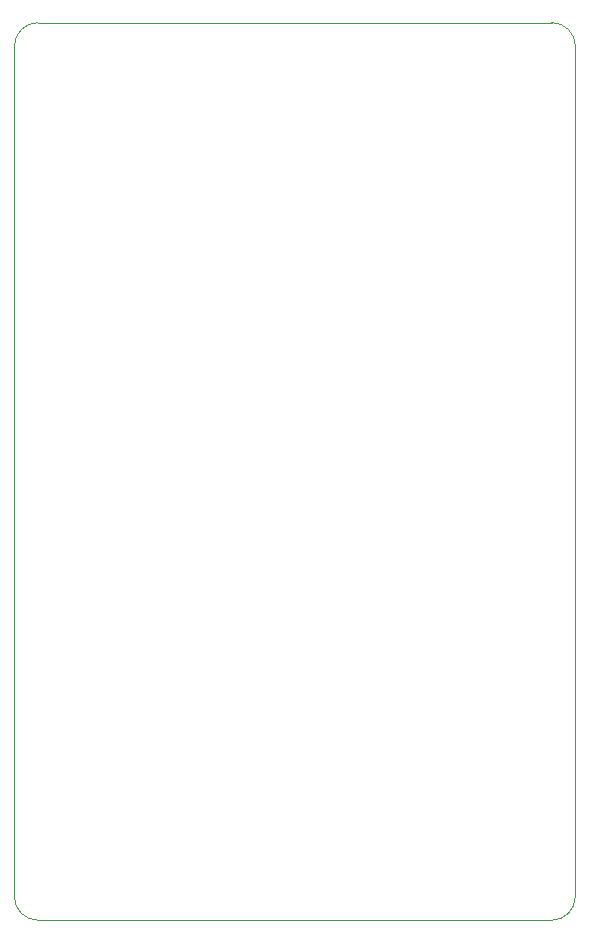
<source format=gbr>
G04 #@! TF.GenerationSoftware,KiCad,Pcbnew,(5.1.2)-2*
G04 #@! TF.CreationDate,2020-11-27T11:43:39-06:00*
G04 #@! TF.ProjectId,TempMonitor10PCB,54656d70-4d6f-46e6-9974-6f7231305043,rev?*
G04 #@! TF.SameCoordinates,Original*
G04 #@! TF.FileFunction,Profile,NP*
%FSLAX46Y46*%
G04 Gerber Fmt 4.6, Leading zero omitted, Abs format (unit mm)*
G04 Created by KiCad (PCBNEW (5.1.2)-2) date 2020-11-27 11:43:39*
%MOMM*%
%LPD*%
G04 APERTURE LIST*
%ADD10C,0.050000*%
G04 APERTURE END LIST*
D10*
X50000000Y-52000000D02*
G75*
G02X52000000Y-50000000I2000000J0D01*
G01*
X50000000Y-124000000D02*
G75*
G03X52000000Y-126000000I2000000J0D01*
G01*
X95500000Y-126000000D02*
G75*
G03X97500000Y-124000000I0J2000000D01*
G01*
X97500000Y-52000000D02*
G75*
G03X95500000Y-50000000I-2000000J0D01*
G01*
X52000000Y-126000000D02*
X95500000Y-126000000D01*
X50000000Y-52000000D02*
X50000000Y-124000000D01*
X52000000Y-50000000D02*
X95500000Y-50000000D01*
X97500000Y-52000000D02*
X97500000Y-124000000D01*
M02*

</source>
